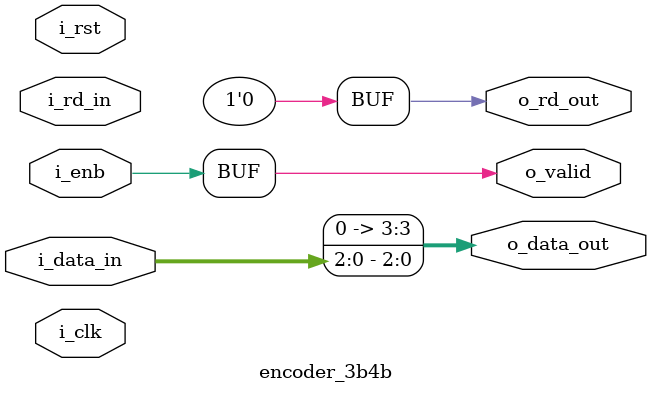
<source format=sv>
module encoder_3b4b (i_clk, i_rst, i_data_in, i_rd_in, i_enb, o_data_out, o_rd_out, o_valid);

//-----		INPUTS		------------------------------------------------------------------
  input      i_clk;
  input      i_rst;
  input      [2:0] i_data_in;
  input      i_rd_in;
  input      i_enb;
//-----		OUTPUTS		------------------------------------------------------------------
  output reg [3:0] o_data_out;
  output reg       o_rd_out;
  output reg       o_valid;
//-----    WIRES         -----------------------------------------------------------------
//-----    REGS         ------------------------------------------------------------------

//========================================================================================
//    		MODULE CONTENT
//========================================================================================

  assign o_data_out = {1'b0, i_data_in};  // Just a dummy assignement. Replace with your code.
  assign o_valid    = i_enb;              // Just a dummy assignement. Replace with your code.
  assign o_rd_out   = 1'b0;               // Just a dummy assignement. Replace with your code.
  
endmodule
</source>
